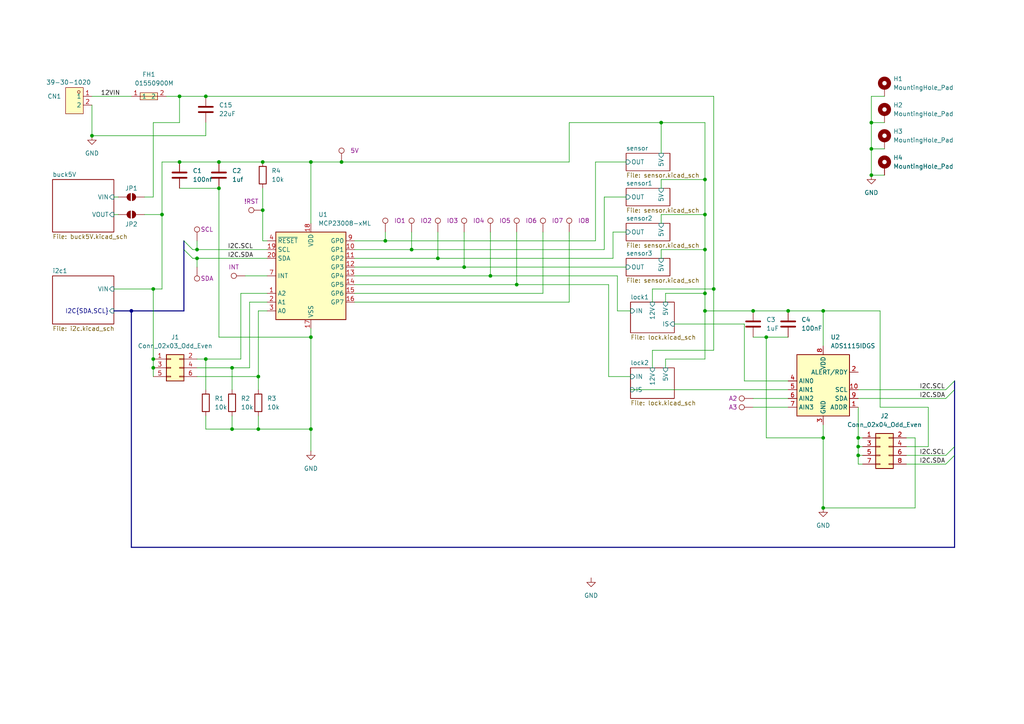
<source format=kicad_sch>
(kicad_sch (version 20250114) (generator "eeschema") (generator_version "9.0")
  (paper "A4")
  (lib_symbols
    (symbol "Analog_ADC:ADS1115IDGS"
      (property "Reference" "U" (at 2.54 13.97 0))
      (property "Value" "ADS1115IDGS" (at 7.62 11.43 0))
      (symbol "ADS1115IDGS_0_1"
        (rectangle (start -7.62 10.16) (end 7.62 -7.62) (stroke (width 0.254)) (fill (type background)))
      )
      (symbol "ADS1115IDGS_1_1"
        (pin input line (at -10.16 2.54 0) (length 2.54) (name "AIN0") (number "4"))
        (pin input line (at -10.16 0 0) (length 2.54) (name "AIN1") (number "5"))
        (pin input line (at -10.16 -2.54 0) (length 2.54) (name "AIN2") (number "6"))
        (pin input line (at -10.16 -5.08 0) (length 2.54) (name "AIN3") (number "7"))
        (pin power_in line (at 0 12.7 270) (length 2.54) (name "VDD") (number "8"))
        (pin power_in line (at 0 -10.16 90) (length 2.54) (name "GND") (number "3"))
        (pin output line (at 10.16 5.08 180) (length 2.54) (name "ALERT/RDY") (number "2"))
        (pin input line (at 10.16 0 180) (length 2.54) (name "SCL") (number "10"))
        (pin bidirectional line (at 10.16 -2.54 180) (length 2.54) (name "SDA") (number "9"))
        (pin input line (at 10.16 -5.08 180) (length 2.54) (name "ADDR") (number "1"))
      )
    )
    (symbol "Connector_Generic:Conn_02x03_Odd_Even" (pin_names (offset 1.016) (hide yes))
      (property "Reference" "J" (at 1.27 5.08 0))
      (property "Value" "Conn_02x03_Odd_Even" (at 1.27 -5.08 0))
      (symbol "Conn_02x03_Odd_Even_1_1"
        (rectangle (start -1.27 3.81) (end 3.81 -3.81) (stroke (width 0.254)) (fill (type background)))
        (rectangle (start -1.27 2.667) (end 0 2.413) (stroke (width 0.1524)))
        (rectangle (start -1.27 0.127) (end 0 -0.127) (stroke (width 0.1524)))
        (rectangle (start -1.27 -2.413) (end 0 -2.667) (stroke (width 0.1524)))
        (rectangle (start 3.81 2.667) (end 2.54 2.413) (stroke (width 0.1524)))
        (rectangle (start 3.81 0.127) (end 2.54 -0.127) (stroke (width 0.1524)))
        (rectangle (start 3.81 -2.413) (end 2.54 -2.667) (stroke (width 0.1524)))
        (pin passive line (at -5.08 2.54 0) (length 3.81) (name "Pin_1") (number "1"))
        (pin passive line (at -5.08 0 0) (length 3.81) (name "Pin_3") (number "3"))
        (pin passive line (at -5.08 -2.54 0) (length 3.81) (name "Pin_5") (number "5"))
        (pin passive line (at 7.62 2.54 180) (length 3.81) (name "Pin_2") (number "2"))
        (pin passive line (at 7.62 0 180) (length 3.81) (name "Pin_4") (number "4"))
        (pin passive line (at 7.62 -2.54 180) (length 3.81) (name "Pin_6") (number "6"))
      )
    )
    (symbol "Connector_Generic:Conn_02x04_Odd_Even" (pin_names (offset 1.016) (hide yes))
      (property "Reference" "J" (at 1.27 5.08 0))
      (property "Value" "Conn_02x04_Odd_Even" (at 1.27 -7.62 0))
      (symbol "Conn_02x04_Odd_Even_1_1"
        (rectangle (start -1.27 3.81) (end 3.81 -6.35) (stroke (width 0.254)) (fill (type background)))
        (rectangle (start -1.27 2.667) (end 0 2.413) (stroke (width 0.1524)))
        (rectangle (start -1.27 0.127) (end 0 -0.127) (stroke (width 0.1524)))
        (rectangle (start -1.27 -2.413) (end 0 -2.667) (stroke (width 0.1524)))
        (rectangle (start -1.27 -4.953) (end 0 -5.207) (stroke (width 0.1524)))
        (rectangle (start 3.81 2.667) (end 2.54 2.413) (stroke (width 0.1524)))
        (rectangle (start 3.81 0.127) (end 2.54 -0.127) (stroke (width 0.1524)))
        (rectangle (start 3.81 -2.413) (end 2.54 -2.667) (stroke (width 0.1524)))
        (rectangle (start 3.81 -4.953) (end 2.54 -5.207) (stroke (width 0.1524)))
        (pin passive line (at -5.08 2.54 0) (length 3.81) (name "Pin_1") (number "1"))
        (pin passive line (at -5.08 0 0) (length 3.81) (name "Pin_3") (number "3"))
        (pin passive line (at -5.08 -2.54 0) (length 3.81) (name "Pin_5") (number "5"))
        (pin passive line (at -5.08 -5.08 0) (length 3.81) (name "Pin_7") (number "7"))
        (pin passive line (at 7.62 2.54 180) (length 3.81) (name "Pin_2") (number "2"))
        (pin passive line (at 7.62 0 180) (length 3.81) (name "Pin_4") (number "4"))
        (pin passive line (at 7.62 -2.54 180) (length 3.81) (name "Pin_6") (number "6"))
        (pin passive line (at 7.62 -5.08 180) (length 3.81) (name "Pin_8") (number "8"))
      )
    )
    (symbol "Device:C" (pin_numbers (hide yes)) (pin_names (offset 0.254))
      (property "Reference" "C" (at 0.635 2.54 0))
      (property "Value" "C" (at 0.635 -2.54 0))
      (symbol "C_0_1"
        (polyline (pts (xy -2.032 0.762) (xy 2.032 0.762)) (stroke (width 0.508)))
        (polyline (pts (xy -2.032 -0.762) (xy 2.032 -0.762)) (stroke (width 0.508)))
      )
      (symbol "C_1_1"
        (pin passive line (at 0 3.81 270) (length 2.794) (name "~") (number "1"))
        (pin passive line (at 0 -3.81 90) (length 2.794) (name "~") (number "2"))
      )
    )
    (symbol "Device:R" (pin_numbers (hide yes)) (pin_names (offset 0))
      (property "Reference" "R" (at 2.032 0 90))
      (property "Value" "R" (at 0 0 90))
      (symbol "R_0_1"
        (rectangle (start -1.016 -2.54) (end 1.016 2.54) (stroke (width 0.254)))
      )
      (symbol "R_1_1"
        (pin passive line (at 0 3.81 270) (length 1.27) (name "~") (number "1"))
        (pin passive line (at 0 -3.81 90) (length 1.27) (name "~") (number "2"))
      )
    )
    (symbol "Interface_Expansion:MCP23008-xML"
      (property "Reference" "U" (at -8.89 13.97 0))
      (property "Value" "MCP23008-xML" (at 8.89 13.97 0))
      (symbol "MCP23008-xML_0_1"
        (rectangle (start -10.16 12.7) (end 10.16 -12.7) (stroke (width 0.254)) (fill (type background)))
      )
      (symbol "MCP23008-xML_1_1"
        (pin input line (at -12.7 10.16 0) (length 2.54) (name "~{RESET}") (number "4"))
        (pin input line (at -12.7 7.62 0) (length 2.54) (name "SCL") (number "19"))
        (pin bidirectional line (at -12.7 5.08 0) (length 2.54) (name "SDA") (number "20"))
        (pin output line (at -12.7 0 0) (length 2.54) (name "INT") (number "7"))
        (pin input line (at -12.7 -5.08 0) (length 2.54) (name "A2") (number "1"))
        (pin input line (at -12.7 -7.62 0) (length 2.54) (name "A1") (number "2"))
        (pin input line (at -12.7 -10.16 0) (length 2.54) (name "A0") (number "3"))
        (pin no_connect line (at -10.16 2.54 0) (length 2.54) (hide yes) (name "NC") (number "5"))
        (pin no_connect line (at -10.16 -2.54 0) (length 2.54) (hide yes) (name "NC") (number "6"))
        (pin power_in line (at 0 15.24 270) (length 2.54) (name "VDD") (number "18"))
        (pin power_in line (at 0 -15.24 90) (length 2.54) (name "VSS") (number "17"))
        (pin no_connect line (at 10.16 -10.16 180) (length 2.54) (hide yes) (name "NC") (number "8"))
        (pin bidirectional line (at 12.7 10.16 180) (length 2.54) (name "GP0") (number "9"))
        (pin bidirectional line (at 12.7 7.62 180) (length 2.54) (name "GP1") (number "10"))
        (pin bidirectional line (at 12.7 5.08 180) (length 2.54) (name "GP2") (number "11"))
        (pin bidirectional line (at 12.7 2.54 180) (length 2.54) (name "GP3") (number "12"))
        (pin bidirectional line (at 12.7 0 180) (length 2.54) (name "GP4") (number "13"))
        (pin bidirectional line (at 12.7 -2.54 180) (length 2.54) (name "GP5") (number "14"))
        (pin bidirectional line (at 12.7 -5.08 180) (length 2.54) (name "GP6") (number "15"))
        (pin bidirectional line (at 12.7 -7.62 180) (length 2.54) (name "GP7") (number "16"))
      )
    )
    (symbol "Jumper:SolderJumper_2_Open" (pin_numbers (hide yes)) (pin_names (offset 0) (hide yes)) (in_bom no)
      (property "Reference" "JP" (at 0 2.032 0))
      (property "Value" "SolderJumper_2_Open" (at 0 -2.54 0))
      (symbol "SolderJumper_2_Open_0_1"
        (polyline (pts (xy -0.254 1.016) (xy -0.254 -1.016)))
        (arc (start -0.254 -1.016) (mid -1.2656 0) (end -0.254 1.016))
        (arc (start -0.254 -1.016) (mid -1.2656 0) (end -0.254 1.016) (fill (type outline)))
        (arc (start 0.254 1.016) (mid 1.2656 0) (end 0.254 -1.016))
        (arc (start 0.254 1.016) (mid 1.2656 0) (end 0.254 -1.016) (fill (type outline)))
        (polyline (pts (xy 0.254 1.016) (xy 0.254 -1.016)))
      )
      (symbol "SolderJumper_2_Open_1_1"
        (pin passive line (at -3.81 0 0) (length 2.54) (name "A") (number "1"))
        (pin passive line (at 3.81 0 180) (length 2.54) (name "B") (number "2"))
      )
    )
    (symbol "Mechanical:MountingHole_Pad" (pin_numbers (hide yes)) (pin_names (offset 1.016) (hide yes)) (exclude_from_sim yes) (in_bom no)
      (property "Reference" "H" (at 0 6.35 0))
      (property "Value" "MountingHole_Pad" (at 0 4.445 0))
      (symbol "MountingHole_Pad_0_1"
        (circle (center 0 1.27) (radius 1.27) (stroke (width 1.27)))
      )
      (symbol "MountingHole_Pad_1_1"
        (pin input line (at 0 -2.54 90) (length 2.54) (name "1") (number "1"))
      )
    )
    (symbol "easyeda2kicad:01550900M"
      (property "Reference" "FH" (at 0 5.08 0))
      (property "Value" "01550900M" (at 0 -5.08 0))
      (symbol "01550900M_0_1"
        (rectangle (start -2.54 1.02) (end 2.54 -1.02) (fill (type background)))
        (polyline (pts (xy -2.54 0) (xy 2.54 0)))
        (pin unspecified line (at -5.08 0 0) (length 2.54) (name "1") (number "1"))
        (pin unspecified line (at 5.08 0 180) (length 2.54) (name "2") (number "2"))
      )
    )
    (symbol "easyeda2kicad:39-30-1020"
      (property "Reference" "CN" (at 0 6.35 0))
      (property "Value" "39-30-1020" (at 0 -6.35 0))
      (symbol "39-30-1020_0_1"
        (rectangle (start -3.81 3.81) (end 1.27 -3.81) (fill (type background)))
        (circle (center 0 -2.54) (radius 0.38))
        (pin unspecified line (at 3.81 1.27 180) (length 2.54) (name "2") (number "2"))
        (pin unspecified line (at 3.81 -1.27 180) (length 2.54) (name "1") (number "1"))
      )
    )
    (symbol "easyeda2kicad:LabeledTestPoint" (pin_numbers (hide yes)) (pin_names (offset 0.762) (hide yes)) (in_bom no)
      (property "Label" "label" (at 0 5.08 0))
      (symbol "LabeledTestPoint_0_1"
        (circle (center 0 3.302) (radius 0.762))
      )
      (symbol "LabeledTestPoint_1_1"
        (pin passive line (at 0 0 90) (length 2.54) (name "1") (number "1"))
      )
    )
    (symbol "power:GND" (power) (pin_numbers (hide yes)) (pin_names (offset 0) (hide yes))
      (property "Value" "GND" (at 0 -3.81 0))
      (symbol "GND_0_1"
        (polyline (pts (xy 0 0) (xy 0 -1.27) (xy 1.27 -1.27) (xy 0 -2.54) (xy -1.27 -1.27) (xy 0 -1.27)))
      )
      (symbol "GND_1_1"
        (pin power_in line (at 0 0 270) (length 0) (name "~") (number "1"))
      )
    )
  )
  (junction (at 204.47 52.07))
  (junction (at 204.47 72.39))
  (junction (at 44.45 104.14))
  (junction (at 149.86 82.55))
  (junction (at 26.67 39.37))
  (junction (at 46.99 62.23))
  (junction (at 76.2 60.96))
  (junction (at 142.24 80.01))
  (junction (at 248.92 129.54))
  (junction (at 90.17 124.46))
  (junction (at 99.06 46.99))
  (junction (at 238.76 147.32))
  (junction (at 44.45 106.68))
  (junction (at 76.2 46.99))
  (junction (at 238.76 127))
  (junction (at 74.93 124.46))
  (junction (at 252.73 35.56))
  (junction (at 90.17 46.99))
  (junction (at 248.92 127))
  (junction (at 67.31 106.68))
  (junction (at 252.73 50.8))
  (junction (at 38.1 90.17))
  (junction (at 111.76 69.85))
  (junction (at 248.92 132.08))
  (junction (at 204.47 85.09))
  (junction (at 63.5 54.61))
  (junction (at 59.69 27.94))
  (junction (at 218.44 90.17))
  (junction (at 252.73 43.18))
  (junction (at 63.5 46.99))
  (junction (at 238.76 90.17))
  (junction (at 67.31 124.46))
  (junction (at 52.07 27.94))
  (junction (at 59.69 104.14))
  (junction (at 204.47 90.17))
  (junction (at 44.45 83.82))
  (junction (at 228.6 90.17))
  (junction (at 204.47 62.23))
  (junction (at 57.15 72.39))
  (junction (at 134.62 77.47))
  (junction (at 119.38 72.39))
  (junction (at 74.93 109.22))
  (junction (at 90.17 97.79))
  (junction (at 222.25 97.79))
  (junction (at 191.77 35.56))
  (junction (at 127 74.93))
  (junction (at 52.07 46.99))
  (junction (at 207.01 83.82))
  (junction (at 57.15 74.93))
  (bus_entry (at 53.34 69.85) (size 2.54 2.54))
  (bus_entry (at 276.86 113.03) (size -2.54 2.54))
  (bus_entry (at 276.86 110.49) (size -2.54 2.54))
  (bus_entry (at 276.86 129.54) (size -2.54 2.54))
  (bus_entry (at 276.86 132.08) (size -2.54 2.54))
  (bus_entry (at 53.34 72.39) (size 2.54 2.54))
  (wire (pts (xy 222.25 97.79) (xy 228.6 97.79)))
  (wire (pts (xy 33.02 62.23) (xy 34.29 62.23)))
  (wire (pts (xy 248.92 134.62) (xy 250.19 134.62)))
  (bus (pts (xy 38.1 158.75) (xy 276.86 158.75)))
  (wire (pts (xy 102.87 80.01) (xy 142.24 80.01)))
  (wire (pts (xy 204.47 90.17) (xy 204.47 104.14)))
  (wire (pts (xy 262.89 129.54) (xy 269.24 129.54)))
  (wire (pts (xy 256.54 35.56) (xy 252.73 35.56)))
  (wire (pts (xy 57.15 74.93) (xy 77.47 74.93)))
  (wire (pts (xy 248.92 127) (xy 248.92 129.54)))
  (bus (pts (xy 276.86 110.49) (xy 276.86 113.03)))
  (bus (pts (xy 53.34 69.85) (xy 53.34 72.39)))
  (wire (pts (xy 204.47 85.09) (xy 204.47 90.17)))
  (wire (pts (xy 252.73 27.94) (xy 252.73 35.56)))
  (wire (pts (xy 222.25 127) (xy 238.76 127)))
  (wire (pts (xy 102.87 69.85) (xy 111.76 69.85)))
  (wire (pts (xy 238.76 100.33) (xy 238.76 90.17)))
  (wire (pts (xy 191.77 52.07) (xy 191.77 54.61)))
  (wire (pts (xy 69.85 104.14) (xy 69.85 85.09)))
  (wire (pts (xy 111.76 67.31) (xy 111.76 69.85)))
  (wire (pts (xy 44.45 104.14) (xy 44.45 106.68)))
  (wire (pts (xy 90.17 46.99) (xy 99.06 46.99)))
  (wire (pts (xy 57.15 74.93) (xy 57.15 77.47)))
  (wire (pts (xy 26.67 27.94) (xy 38.1 27.94)))
  (wire (pts (xy 165.1 35.56) (xy 191.77 35.56)))
  (wire (pts (xy 63.5 46.99) (xy 76.2 46.99)))
  (wire (pts (xy 26.67 39.37) (xy 59.69 39.37)))
  (wire (pts (xy 175.26 57.15) (xy 181.61 57.15)))
  (wire (pts (xy 102.87 74.93) (xy 127 74.93)))
  (wire (pts (xy 218.44 118.11) (xy 228.6 118.11)))
  (wire (pts (xy 33.02 83.82) (xy 44.45 83.82)))
  (wire (pts (xy 215.9 110.49) (xy 228.6 110.49)))
  (wire (pts (xy 134.62 67.31) (xy 134.62 77.47)))
  (wire (pts (xy 204.47 72.39) (xy 191.77 72.39)))
  (wire (pts (xy 165.1 46.99) (xy 165.1 35.56)))
  (wire (pts (xy 57.15 109.22) (xy 74.93 109.22)))
  (wire (pts (xy 193.04 106.68) (xy 193.04 104.14)))
  (wire (pts (xy 59.69 124.46) (xy 67.31 124.46)))
  (wire (pts (xy 218.44 90.17) (xy 204.47 90.17)))
  (wire (pts (xy 119.38 72.39) (xy 175.26 72.39)))
  (wire (pts (xy 177.8 74.93) (xy 177.8 67.31)))
  (bus (pts (xy 38.1 90.17) (xy 33.02 90.17)))
  (wire (pts (xy 207.01 83.82) (xy 207.01 101.6)))
  (wire (pts (xy 248.92 127) (xy 250.19 127)))
  (wire (pts (xy 90.17 124.46) (xy 90.17 130.81)))
  (wire (pts (xy 74.93 124.46) (xy 90.17 124.46)))
  (wire (pts (xy 175.26 72.39) (xy 175.26 57.15)))
  (wire (pts (xy 134.62 77.47) (xy 181.61 77.47)))
  (wire (pts (xy 172.72 46.99) (xy 181.61 46.99)))
  (wire (pts (xy 222.25 97.79) (xy 222.25 127)))
  (wire (pts (xy 77.47 69.85) (xy 76.2 69.85)))
  (wire (pts (xy 69.85 85.09) (xy 77.47 85.09)))
  (wire (pts (xy 149.86 67.31) (xy 149.86 82.55)))
  (wire (pts (xy 44.45 35.56) (xy 52.07 35.56)))
  (wire (pts (xy 238.76 123.19) (xy 238.76 127)))
  (wire (pts (xy 74.93 109.22) (xy 74.93 90.17)))
  (wire (pts (xy 262.89 132.08) (xy 274.32 132.08)))
  (wire (pts (xy 63.5 97.79) (xy 90.17 97.79)))
  (wire (pts (xy 33.02 57.15) (xy 34.29 57.15)))
  (wire (pts (xy 218.44 115.57) (xy 228.6 115.57)))
  (wire (pts (xy 142.24 80.01) (xy 179.07 80.01)))
  (wire (pts (xy 269.24 118.11) (xy 255.27 118.11)))
  (wire (pts (xy 127 74.93) (xy 177.8 74.93)))
  (wire (pts (xy 59.69 104.14) (xy 69.85 104.14)))
  (wire (pts (xy 26.67 30.48) (xy 26.67 39.37)))
  (wire (pts (xy 67.31 124.46) (xy 74.93 124.46)))
  (wire (pts (xy 255.27 118.11) (xy 255.27 90.17)))
  (wire (pts (xy 76.2 60.96) (xy 76.2 54.61)))
  (wire (pts (xy 191.77 35.56) (xy 191.77 44.45)))
  (wire (pts (xy 193.04 85.09) (xy 204.47 85.09)))
  (wire (pts (xy 182.88 113.03) (xy 228.6 113.03)))
  (wire (pts (xy 67.31 120.65) (xy 67.31 124.46)))
  (wire (pts (xy 102.87 87.63) (xy 165.1 87.63)))
  (wire (pts (xy 265.43 147.32) (xy 238.76 147.32)))
  (wire (pts (xy 207.01 27.94) (xy 207.01 83.82)))
  (wire (pts (xy 204.47 52.07) (xy 191.77 52.07)))
  (wire (pts (xy 252.73 50.8) (xy 252.73 43.18)))
  (wire (pts (xy 191.77 72.39) (xy 191.77 74.93)))
  (wire (pts (xy 193.04 104.14) (xy 204.47 104.14)))
  (wire (pts (xy 74.93 90.17) (xy 77.47 90.17)))
  (wire (pts (xy 179.07 90.17) (xy 182.88 90.17)))
  (wire (pts (xy 189.23 101.6) (xy 207.01 101.6)))
  (wire (pts (xy 165.1 67.31) (xy 165.1 87.63)))
  (wire (pts (xy 44.45 83.82) (xy 44.45 104.14)))
  (wire (pts (xy 55.88 74.93) (xy 57.15 74.93)))
  (wire (pts (xy 157.48 67.31) (xy 157.48 85.09)))
  (wire (pts (xy 102.87 77.47) (xy 134.62 77.47)))
  (wire (pts (xy 252.73 35.56) (xy 252.73 43.18)))
  (wire (pts (xy 127 67.31) (xy 127 74.93)))
  (wire (pts (xy 57.15 106.68) (xy 67.31 106.68)))
  (wire (pts (xy 255.27 90.17) (xy 238.76 90.17)))
  (wire (pts (xy 67.31 106.68) (xy 67.31 113.03)))
  (wire (pts (xy 44.45 83.82) (xy 46.99 83.82)))
  (wire (pts (xy 204.47 62.23) (xy 191.77 62.23)))
  (bus (pts (xy 276.86 113.03) (xy 276.86 129.54)))
  (wire (pts (xy 248.92 129.54) (xy 250.19 129.54)))
  (wire (pts (xy 195.58 93.98) (xy 215.9 93.98)))
  (wire (pts (xy 269.24 129.54) (xy 269.24 118.11)))
  (wire (pts (xy 52.07 27.94) (xy 59.69 27.94)))
  (wire (pts (xy 59.69 104.14) (xy 59.69 113.03)))
  (wire (pts (xy 59.69 35.56) (xy 59.69 39.37)))
  (wire (pts (xy 228.6 90.17) (xy 238.76 90.17)))
  (wire (pts (xy 57.15 104.14) (xy 59.69 104.14)))
  (wire (pts (xy 71.12 80.01) (xy 77.47 80.01)))
  (wire (pts (xy 207.01 83.82) (xy 189.23 83.82)))
  (wire (pts (xy 176.53 109.22) (xy 182.88 109.22)))
  (bus (pts (xy 53.34 72.39) (xy 53.34 90.17)))
  (wire (pts (xy 57.15 72.39) (xy 77.47 72.39)))
  (bus (pts (xy 53.34 90.17) (xy 38.1 90.17)))
  (wire (pts (xy 99.06 46.99) (xy 165.1 46.99)))
  (wire (pts (xy 102.87 85.09) (xy 157.48 85.09)))
  (wire (pts (xy 57.15 69.85) (xy 57.15 72.39)))
  (wire (pts (xy 44.45 106.68) (xy 44.45 109.22)))
  (wire (pts (xy 119.38 67.31) (xy 119.38 72.39)))
  (wire (pts (xy 265.43 127) (xy 265.43 147.32)))
  (wire (pts (xy 204.47 72.39) (xy 204.47 85.09)))
  (wire (pts (xy 55.88 72.39) (xy 57.15 72.39)))
  (wire (pts (xy 111.76 69.85) (xy 172.72 69.85)))
  (bus (pts (xy 276.86 132.08) (xy 276.86 158.75)))
  (wire (pts (xy 204.47 52.07) (xy 204.47 62.23)))
  (wire (pts (xy 189.23 83.82) (xy 189.23 87.63)))
  (wire (pts (xy 74.93 120.65) (xy 74.93 124.46)))
  (wire (pts (xy 172.72 69.85) (xy 172.72 46.99)))
  (wire (pts (xy 52.07 46.99) (xy 63.5 46.99)))
  (wire (pts (xy 41.91 57.15) (xy 44.45 57.15)))
  (wire (pts (xy 193.04 87.63) (xy 193.04 85.09)))
  (wire (pts (xy 90.17 46.99) (xy 90.17 64.77)))
  (wire (pts (xy 252.73 43.18) (xy 256.54 43.18)))
  (wire (pts (xy 41.91 62.23) (xy 46.99 62.23)))
  (wire (pts (xy 46.99 46.99) (xy 52.07 46.99)))
  (wire (pts (xy 177.8 67.31) (xy 181.61 67.31)))
  (wire (pts (xy 149.86 82.55) (xy 176.53 82.55)))
  (wire (pts (xy 102.87 72.39) (xy 119.38 72.39)))
  (wire (pts (xy 215.9 93.98) (xy 215.9 110.49)))
  (wire (pts (xy 142.24 67.31) (xy 142.24 80.01)))
  (wire (pts (xy 59.69 120.65) (xy 59.69 124.46)))
  (wire (pts (xy 176.53 82.55) (xy 176.53 109.22)))
  (wire (pts (xy 189.23 106.68) (xy 189.23 101.6)))
  (wire (pts (xy 46.99 62.23) (xy 46.99 83.82)))
  (wire (pts (xy 59.69 27.94) (xy 207.01 27.94)))
  (wire (pts (xy 63.5 54.61) (xy 63.5 97.79)))
  (wire (pts (xy 248.92 132.08) (xy 250.19 132.08)))
  (wire (pts (xy 72.39 87.63) (xy 77.47 87.63)))
  (wire (pts (xy 256.54 50.8) (xy 252.73 50.8)))
  (wire (pts (xy 90.17 95.25) (xy 90.17 97.79)))
  (wire (pts (xy 248.92 129.54) (xy 248.92 132.08)))
  (wire (pts (xy 52.07 54.61) (xy 63.5 54.61)))
  (wire (pts (xy 76.2 46.99) (xy 90.17 46.99)))
  (wire (pts (xy 44.45 57.15) (xy 44.45 35.56)))
  (wire (pts (xy 72.39 106.68) (xy 72.39 87.63)))
  (wire (pts (xy 48.26 27.94) (xy 52.07 27.94)))
  (wire (pts (xy 191.77 35.56) (xy 204.47 35.56)))
  (wire (pts (xy 218.44 90.17) (xy 228.6 90.17)))
  (wire (pts (xy 248.92 118.11) (xy 248.92 127)))
  (wire (pts (xy 204.47 35.56) (xy 204.47 52.07)))
  (wire (pts (xy 102.87 82.55) (xy 149.86 82.55)))
  (bus (pts (xy 38.1 90.17) (xy 38.1 158.75)))
  (wire (pts (xy 238.76 127) (xy 238.76 147.32)))
  (wire (pts (xy 262.89 134.62) (xy 274.32 134.62)))
  (wire (pts (xy 46.99 46.99) (xy 46.99 62.23)))
  (wire (pts (xy 248.92 113.03) (xy 274.32 113.03)))
  (wire (pts (xy 248.92 132.08) (xy 248.92 134.62)))
  (bus (pts (xy 276.86 129.54) (xy 276.86 132.08)))
  (wire (pts (xy 218.44 97.79) (xy 222.25 97.79)))
  (wire (pts (xy 67.31 106.68) (xy 72.39 106.68)))
  (wire (pts (xy 74.93 109.22) (xy 74.93 113.03)))
  (wire (pts (xy 204.47 62.23) (xy 204.47 72.39)))
  (wire (pts (xy 90.17 97.79) (xy 90.17 124.46)))
  (wire (pts (xy 191.77 62.23) (xy 191.77 64.77)))
  (wire (pts (xy 52.07 35.56) (xy 52.07 27.94)))
  (wire (pts (xy 256.54 27.94) (xy 252.73 27.94)))
  (wire (pts (xy 248.92 115.57) (xy 274.32 115.57)))
  (wire (pts (xy 179.07 80.01) (xy 179.07 90.17)))
  (wire (pts (xy 265.43 127) (xy 262.89 127)))
  (wire (pts (xy 76.2 69.85) (xy 76.2 60.96)))
  (label "I2C.SCL" (at 66.04 72.39 0))
  (label "I2C.SCL" (at 266.7 132.08 0))
  (label "I2C.SDA" (at 66.04 74.93 0))
  (label "I2C.SDA" (at 266.7 115.57 0))
  (label "12VIN" (at 29.21 27.94 0))
  (label "I2C.SCL" (at 266.7 113.03 0))
  (label "I2C.SDA" (at 266.7 134.62 0))
  (symbol (lib_id "easyeda2kicad:LabeledTestPoint") (at 142.24 67.31 0) (unit 1) (in_bom no)
    (property "Reference" "TP9" (effects (hide yes)))
    (property "Value" "LabeledTestPoint" (effects (hide yes)))
    (property "Footprint" "easyeda2kicad:LabeledTestPoint" (effects (hide yes)))
    (property "Description" "test point" (effects (hide yes)))
    (property "Label" "IO5" (at 144.78 64.0079 0) (effects (justify left)))
  )
  (symbol (lib_id "easyeda2kicad:LabeledTestPoint") (at 127 67.31 0) (unit 1) (in_bom no)
    (property "Reference" "TP7" (effects (hide yes)))
    (property "Value" "LabeledTestPoint" (effects (hide yes)))
    (property "Footprint" "easyeda2kicad:LabeledTestPoint" (effects (hide yes)))
    (property "Description" "test point" (effects (hide yes)))
    (property "Label" "IO3" (at 129.54 64.0079 0) (effects (justify left)))
  )
  (symbol (lib_id "power:GND") (at 238.76 147.32 0) (unit 1)
    (property "Reference" "#PWR04" (effects (hide yes)))
    (property "Value" "GND" (at 238.76 152.4 0))
    (property "Description" "Power symbol creates a global label with name \"GND\" , ground" (effects (hide yes)))
  )
  (symbol (lib_id "Jumper:SolderJumper_2_Open") (at 38.1 57.15 0) (unit 1) (in_bom no)
    (property "Reference" "JP1" (at 38.1 54.61 0))
    (property "Value" "SolderJumper_2_Open" (effects (hide yes)))
    (property "Footprint" "Jumper:SolderJumper-2_P1.3mm_Open_Pad1.0x1.5mm" (effects (hide yes)))
    (property "Description" "Solder Jumper, 2-pole, open" (effects (hide yes)))
  )
  (symbol (lib_id "Device:R") (at 76.2 50.8 0) (unit 1)
    (property "Reference" "R4" (at 78.74 49.5299 0) (effects (justify left)))
    (property "Value" "10k" (at 78.74 52.0699 0) (effects (justify left)))
    (property "Footprint" "Resistor_SMD:R_0603_1608Metric" (effects (hide yes)))
    (property "Description" "Resistor" (effects (hide yes)))
  )
  (symbol (lib_id "power:GND") (at 90.17 130.81 0) (unit 1)
    (property "Reference" "#PWR02" (effects (hide yes)))
    (property "Value" "GND" (at 90.17 135.89 0))
    (property "Description" "Power symbol creates a global label with name \"GND\" , ground" (effects (hide yes)))
  )
  (symbol (lib_id "Device:R") (at 67.31 116.84 0) (unit 1)
    (property "Reference" "R2" (at 69.85 115.5699 0) (effects (justify left)))
    (property "Value" "10k" (at 69.85 118.1099 0) (effects (justify left)))
    (property "Footprint" "Resistor_SMD:R_0603_1608Metric" (effects (hide yes)))
    (property "Description" "Resistor" (effects (hide yes)))
  )
  (symbol (lib_id "easyeda2kicad:LabeledTestPoint") (at 165.1 67.31 0) (unit 1) (in_bom no)
    (property "Reference" "TP12" (effects (hide yes)))
    (property "Value" "LabeledTestPoint" (effects (hide yes)))
    (property "Footprint" "easyeda2kicad:LabeledTestPoint" (effects (hide yes)))
    (property "Description" "test point" (effects (hide yes)))
    (property "Label" "IO8" (at 167.64 64.0079 0) (effects (justify left)))
  )
  (symbol (lib_id "Device:C") (at 52.07 50.8 0) (unit 1)
    (property "Reference" "C1" (at 55.88 49.5299 0) (effects (justify left)))
    (property "Value" "100nf" (at 55.88 52.0699 0) (effects (justify left)))
    (property "Footprint" "Capacitor_SMD:C_0603_1608Metric" (effects (hide yes)))
    (property "Description" "Unpolarized capacitor" (effects (hide yes)))
  )
  (symbol (lib_id "easyeda2kicad:LabeledTestPoint") (at 218.44 118.11 90) (unit 1) (in_bom no)
    (property "Reference" "TP14" (effects (hide yes)))
    (property "Value" "LabeledTestPoint" (effects (hide yes)))
    (property "Footprint" "easyeda2kicad:LabeledTestPoint" (effects (hide yes)))
    (property "Description" "test point" (effects (hide yes)))
    (property "Label" "A3" (at 212.598 118.11 90))
  )
  (symbol (lib_id "easyeda2kicad:LabeledTestPoint") (at 99.06 46.99 0) (unit 1) (in_bom no)
    (property "Reference" "TP16" (effects (hide yes)))
    (property "Value" "LabeledTestPoint" (effects (hide yes)))
    (property "Footprint" "easyeda2kicad:LabeledTestPoint" (effects (hide yes)))
    (property "Description" "test point" (effects (hide yes)))
    (property "Label" "5V" (at 101.6 43.6879 0) (effects (justify left)))
  )
  (symbol (lib_id "easyeda2kicad:01550900M") (at 43.18 27.94 0) (unit 1)
    (property "Reference" "FH1" (at 43.18 21.59 0))
    (property "Value" "01550900M" (at 44.704 24.13 0))
    (property "Footprint" "easyeda2kicad:FUSE-SMD_L9.8-W5.0_01550900M" (effects (hide yes)))
    (property "Datasheet" "https://lcsc.com/product-detail/Others_Littelfuse_01550900M_Littelfuse-01550900M_C108518.html" (effects (hide yes)))
    (property "LCSC Part" "C108518" (effects (hide yes)))
  )
  (symbol (lib_id "Connector_Generic:Conn_02x04_Odd_Even") (at 255.27 129.54 0) (unit 1)
    (property "Reference" "J2" (at 256.54 120.65 0))
    (property "Value" "Conn_02x04_Odd_Even" (at 256.54 123.19 0))
    (property "Footprint" "Connector_PinHeader_2.54mm:PinHeader_2x04_P2.54mm_Vertical" (effects (hide yes)))
    (property "Description" "Generic connector, double row, 02x04, odd/even pin numbering scheme (row 1 odd numbers, row 2 even numbers), script generated (kicad-library-utils/schlib/autogen/connector/)" (effects (hide yes)))
    (property "LCSC Part" "C5383105" (effects (hide yes)))
  )
  (symbol (lib_id "Mechanical:MountingHole_Pad") (at 256.54 25.4 0) (unit 1) (exclude_from_sim yes) (in_bom no)
    (property "Reference" "H1" (at 259.08 22.8599 0) (effects (justify left)))
    (property "Value" "MountingHole_Pad" (at 259.08 25.3999 0) (effects (justify left)))
    (property "Footprint" "MountingHole:MountingHole_4.3mm_M4_ISO7380_Pad" (effects (hide yes)))
    (property "Description" "Mounting Hole with connection" (effects (hide yes)))
  )
  (symbol (lib_id "easyeda2kicad:LabeledTestPoint") (at 157.48 67.31 0) (unit 1) (in_bom no)
    (property "Reference" "TP11" (effects (hide yes)))
    (property "Value" "LabeledTestPoint" (effects (hide yes)))
    (property "Footprint" "easyeda2kicad:LabeledTestPoint" (effects (hide yes)))
    (property "Description" "test point" (effects (hide yes)))
    (property "Label" "IO7" (at 160.02 64.0079 0) (effects (justify left)))
  )
  (symbol (lib_id "Mechanical:MountingHole_Pad") (at 256.54 48.26 0) (unit 1) (exclude_from_sim yes) (in_bom no)
    (property "Reference" "H4" (at 259.08 45.7199 0) (effects (justify left)))
    (property "Value" "MountingHole_Pad" (at 259.08 48.2599 0) (effects (justify left)))
    (property "Footprint" "MountingHole:MountingHole_4.3mm_M4_ISO7380_Pad" (effects (hide yes)))
    (property "Description" "Mounting Hole with connection" (effects (hide yes)))
  )
  (symbol (lib_id "Interface_Expansion:MCP23008-xML") (at 90.17 80.01 0) (unit 1)
    (property "Reference" "U1" (at 92.3133 62.23 0) (effects (justify left)))
    (property "Value" "MCP23008-xML" (at 92.3133 64.77 0) (effects (justify left)))
    (property "Footprint" "Package_DFN_QFN:QFN-20-1EP_4x4mm_P0.5mm_EP2.7x2.7mm" (effects (hide yes)))
    (property "Datasheet" "http://ww1.microchip.com/downloads/en/DeviceDoc/MCP23008-MCP23S08-Data-Sheet-20001919F.pdf" (effects (hide yes)))
    (property "Description" "8-bit I/O expander, I2C, interrupts, QFN-20" (effects (hide yes)))
    (property "LCSC Part" "C144211" (effects (hide yes)))
  )
  (symbol (lib_id "Connector_Generic:Conn_02x03_Odd_Even") (at 49.53 106.68 0) (unit 1)
    (property "Reference" "J1" (at 50.8 97.79 0))
    (property "Value" "Conn_02x03_Odd_Even" (at 50.8 100.33 0))
    (property "Footprint" "Connector_PinHeader_2.54mm:PinHeader_2x03_P2.54mm_Vertical" (effects (hide yes)))
    (property "Description" "Generic connector, double row, 02x03, odd/even pin numbering scheme (row 1 odd numbers, row 2 even numbers), script generated (kicad-library-utils/schlib/autogen/connector/)" (effects (hide yes)))
    (property "LCSC Part" "C7501274" (effects (hide yes)))
  )
  (symbol (lib_id "easyeda2kicad:LabeledTestPoint") (at 111.76 67.31 0) (unit 1) (in_bom no)
    (property "Reference" "TP5" (effects (hide yes)))
    (property "Value" "LabeledTestPoint" (effects (hide yes)))
    (property "Footprint" "easyeda2kicad:LabeledTestPoint" (effects (hide yes)))
    (property "Description" "test point" (effects (hide yes)))
    (property "Label" "IO1" (at 114.3 64.0079 0) (effects (justify left)))
  )
  (symbol (lib_id "easyeda2kicad:LabeledTestPoint") (at 119.38 67.31 0) (unit 1) (in_bom no)
    (property "Reference" "TP6" (effects (hide yes)))
    (property "Value" "LabeledTestPoint" (effects (hide yes)))
    (property "Footprint" "easyeda2kicad:LabeledTestPoint" (effects (hide yes)))
    (property "Description" "test point" (effects (hide yes)))
    (property "Label" "IO2" (at 121.92 64.0079 0) (effects (justify left)))
  )
  (symbol (lib_id "Device:R") (at 74.93 116.84 0) (unit 1)
    (property "Reference" "R3" (at 77.47 115.5699 0) (effects (justify left)))
    (property "Value" "10k" (at 77.47 118.1099 0) (effects (justify left)))
    (property "Footprint" "Resistor_SMD:R_0603_1608Metric" (effects (hide yes)))
    (property "Description" "Resistor" (effects (hide yes)))
  )
  (symbol (lib_id "easyeda2kicad:LabeledTestPoint") (at 149.86 67.31 0) (unit 1) (in_bom no)
    (property "Reference" "TP10" (effects (hide yes)))
    (property "Value" "LabeledTestPoint" (effects (hide yes)))
    (property "Footprint" "easyeda2kicad:LabeledTestPoint" (effects (hide yes)))
    (property "Description" "test point" (effects (hide yes)))
    (property "Label" "IO6" (at 152.4 64.0079 0) (effects (justify left)))
  )
  (symbol (lib_id "Device:R") (at 59.69 116.84 0) (unit 1)
    (property "Reference" "R1" (at 62.23 115.5699 0) (effects (justify left)))
    (property "Value" "10k" (at 62.23 118.1099 0) (effects (justify left)))
    (property "Footprint" "Resistor_SMD:R_0603_1608Metric" (effects (hide yes)))
    (property "Description" "Resistor" (effects (hide yes)))
  )
  (symbol (lib_id "easyeda2kicad:LabeledTestPoint") (at 57.15 77.47 180) (unit 1) (in_bom no)
    (property "Reference" "TP2" (effects (hide yes)))
    (property "Value" "LabeledTestPoint" (effects (hide yes)))
    (property "Footprint" "easyeda2kicad:LabeledTestPoint" (effects (hide yes)))
    (property "Description" "test point" (effects (hide yes)))
    (property "Label" "SDA" (at 58.166 80.772 0) (effects (justify right)))
  )
  (symbol (lib_id "Device:C") (at 218.44 93.98 0) (unit 1)
    (property "Reference" "C3" (at 222.25 92.7099 0) (effects (justify left)))
    (property "Value" "1uF" (at 222.25 95.2499 0) (effects (justify left)))
    (property "Footprint" "Capacitor_SMD:C_0603_1608Metric" (effects (hide yes)))
    (property "Description" "Unpolarized capacitor" (effects (hide yes)))
  )
  (symbol (lib_id "Jumper:SolderJumper_2_Open") (at 38.1 62.23 0) (unit 1) (in_bom no)
    (property "Reference" "JP2" (at 38.1 65.024 0))
    (property "Value" "SolderJumper_2_Open" (effects (hide yes)))
    (property "Footprint" "Jumper:SolderJumper-2_P1.3mm_Open_Pad1.0x1.5mm" (effects (hide yes)))
    (property "Description" "Solder Jumper, 2-pole, open" (effects (hide yes)))
  )
  (symbol (lib_id "power:GND") (at 252.73 50.8 0) (unit 1)
    (property "Reference" "#PWR05" (effects (hide yes)))
    (property "Value" "GND" (at 252.73 55.88 0))
    (property "Description" "Power symbol creates a global label with name \"GND\" , ground" (effects (hide yes)))
  )
  (symbol (lib_id "power:GND") (at 26.67 39.37 0) (unit 1)
    (property "Reference" "#PWR01" (effects (hide yes)))
    (property "Value" "GND" (at 26.67 44.45 0))
    (property "Description" "Power symbol creates a global label with name \"GND\" , ground" (effects (hide yes)))
  )
  (symbol (lib_id "Device:C") (at 59.69 31.75 0) (unit 1)
    (property "Reference" "C15" (at 63.5 30.4799 0) (effects (justify left)))
    (property "Value" "22uF" (at 63.5 33.0199 0) (effects (justify left)))
    (property "Footprint" "Capacitor_SMD:C_1206_3216Metric" (effects (hide yes)))
    (property "Description" "Unpolarized capacitor" (effects (hide yes)))
  )
  (symbol (lib_id "easyeda2kicad:LabeledTestPoint") (at 57.15 69.85 0) (unit 1) (in_bom no)
    (property "Reference" "TP1" (effects (hide yes)))
    (property "Value" "LabeledTestPoint" (effects (hide yes)))
    (property "Footprint" "easyeda2kicad:LabeledTestPoint" (effects (hide yes)))
    (property "Description" "test point" (effects (hide yes)))
    (property "Label" "SCL" (at 58.166 66.548 0) (effects (justify left)))
  )
  (symbol (lib_id "Device:C") (at 63.5 50.8 0) (unit 1)
    (property "Reference" "C2" (at 67.31 49.5299 0) (effects (justify left)))
    (property "Value" "1uf" (at 67.31 52.0699 0) (effects (justify left)))
    (property "Footprint" "Capacitor_SMD:C_0603_1608Metric" (effects (hide yes)))
    (property "Description" "Unpolarized capacitor" (effects (hide yes)))
  )
  (symbol (lib_id "easyeda2kicad:LabeledTestPoint") (at 218.44 115.57 90) (unit 1) (in_bom no)
    (property "Reference" "TP13" (effects (hide yes)))
    (property "Value" "LabeledTestPoint" (effects (hide yes)))
    (property "Footprint" "easyeda2kicad:LabeledTestPoint" (effects (hide yes)))
    (property "Description" "test point" (effects (hide yes)))
    (property "Label" "A2" (at 212.598 115.57 90))
  )
  (symbol (lib_id "Mechanical:MountingHole_Pad") (at 256.54 40.64 0) (unit 1) (exclude_from_sim yes) (in_bom no)
    (property "Reference" "H3" (at 259.08 38.0999 0) (effects (justify left)))
    (property "Value" "MountingHole_Pad" (at 259.08 40.6399 0) (effects (justify left)))
    (property "Footprint" "MountingHole:MountingHole_4.3mm_M4_ISO7380_Pad" (effects (hide yes)))
    (property "Description" "Mounting Hole with connection" (effects (hide yes)))
  )
  (symbol (lib_id "easyeda2kicad:LabeledTestPoint") (at 71.12 80.01 90) (unit 1) (in_bom no)
    (property "Reference" "TP3" (effects (hide yes)))
    (property "Value" "LabeledTestPoint" (effects (hide yes)))
    (property "Footprint" "easyeda2kicad:LabeledTestPoint" (effects (hide yes)))
    (property "Description" "test point" (effects (hide yes)))
    (property "Label" "INT" (at 67.818 77.47 90))
  )
  (symbol (lib_id "Mechanical:MountingHole_Pad") (at 256.54 33.02 0) (unit 1) (exclude_from_sim yes) (in_bom no)
    (property "Reference" "H2" (at 259.08 30.4799 0) (effects (justify left)))
    (property "Value" "MountingHole_Pad" (at 259.08 33.0199 0) (effects (justify left)))
    (property "Footprint" "MountingHole:MountingHole_4.3mm_M4_ISO7380_Pad" (effects (hide yes)))
    (property "Description" "Mounting Hole with connection" (effects (hide yes)))
  )
  (symbol (lib_id "Device:C") (at 228.6 93.98 0) (unit 1)
    (property "Reference" "C4" (at 232.41 92.7099 0) (effects (justify left)))
    (property "Value" "100nF" (at 232.41 95.2499 0) (effects (justify left)))
    (property "Footprint" "Capacitor_SMD:C_0603_1608Metric" (effects (hide yes)))
    (property "Description" "Unpolarized capacitor" (effects (hide yes)))
  )
  (symbol (lib_id "easyeda2kicad:LabeledTestPoint") (at 76.2 60.96 90) (unit 1) (in_bom no)
    (property "Reference" "TP4" (effects (hide yes)))
    (property "Value" "LabeledTestPoint" (effects (hide yes)))
    (property "Footprint" "easyeda2kicad:LabeledTestPoint" (effects (hide yes)))
    (property "Description" "test point" (effects (hide yes)))
    (property "Label" "!RST" (at 72.898 58.42 90))
  )
  (symbol (lib_id "power:GND") (at 171.45 167.64 0) (unit 1)
    (property "Reference" "#PWR03" (effects (hide yes)))
    (property "Value" "GND" (at 171.45 172.72 0))
    (property "Description" "Power symbol creates a global label with name \"GND\" , ground" (effects (hide yes)))
  )
  (symbol (lib_id "easyeda2kicad:LabeledTestPoint") (at 134.62 67.31 0) (unit 1) (in_bom no)
    (property "Reference" "TP8" (effects (hide yes)))
    (property "Value" "LabeledTestPoint" (effects (hide yes)))
    (property "Footprint" "easyeda2kicad:LabeledTestPoint" (effects (hide yes)))
    (property "Description" "test point" (effects (hide yes)))
    (property "Label" "IO4" (at 137.16 64.0079 0) (effects (justify left)))
  )
  (symbol (lib_id "easyeda2kicad:39-30-1020") (at 22.86 29.21 0) (mirror x) (unit 1)
    (property "Reference" "CN1" (at 17.78 27.9399 0) (effects (justify right)))
    (property "Value" "39-30-1020" (at 26.416 23.876 0) (effects (justify right)))
    (property "Footprint" "easyeda2kicad:CONN-TH_2P-P5.50_39-30-1020" (effects (hide yes)))
    (property "Datasheet" "https://lcsc.com/product-detail/Others_MOLEX_39-30-1020_MOLEX-39-30-1020_C240832.html" (effects (hide yes)))
    (property "LCSC Part" "C240832" (effects (hide yes)))
  )
  (symbol (lib_id "Analog_ADC:ADS1115IDGS") (at 238.76 113.03 0) (unit 1)
    (property "Reference" "U2" (at 240.9033 97.79 0) (effects (justify left)))
    (property "Value" "ADS1115IDGS" (at 240.9033 100.33 0) (effects (justify left)))
    (property "Footprint" "Package_SO:TSSOP-10_3x3mm_P0.5mm" (effects (hide yes)))
    (property "Datasheet" "http://www.ti.com/lit/ds/symlink/ads1113.pdf" (effects (hide yes)))
    (property "Description" "Ultra-Small, Low-Power, I2C-Compatible, 860-SPS, 16-Bit ADCs With Internal Reference, Oscillator, and Programmable Comparator, VSSOP-10" (effects (hide yes)))
  )
  (sheet (at 181.61 44.45) (size 12.7 5.08) (stroke (width 0.1524))
    (property "Sheetname" "sensor" (at 181.61 43.7384 0) (effects (justify left bottom)))
    (property "Sheetfile" "sensor.kicad_sch" (at 181.61 50.1146 0) (effects (justify left top)))
    (pin "5V" input (at 191.77 44.45 90))
    (pin "OUT" input (at 181.61 46.99 180))
  )
  (sheet (at 182.88 87.63) (size 12.7 8.89) (stroke (width 0.1524))
    (property "Sheetname" "lock1" (at 182.88 86.9184 0) (effects (justify left bottom)))
    (property "Sheetfile" "lock.kicad_sch" (at 182.88 97.1046 0) (effects (justify left top)))
    (pin "5V" input (at 193.04 87.63 90))
    (pin "12V" input (at 189.23 87.63 90))
    (pin "IN" input (at 182.88 90.17 180))
    (pin "IS" input (at 195.58 93.98 0))
  )
  (sheet (at 15.24 52.07) (size 17.78 15.24) (stroke (width 0.1524))
    (property "Sheetname" "buck5V" (at 15.24 51.3584 0) (effects (justify left bottom)))
    (property "Sheetfile" "buck5V.kicad_sch" (at 15.24 67.8946 0) (effects (justify left top)))
    (pin "VIN" input (at 33.02 57.15 0))
    (pin "VOUT" input (at 33.02 62.23 0))
  )
  (sheet (at 181.61 64.77) (size 12.7 5.08) (stroke (width 0.1524))
    (property "Sheetname" "sensor2" (at 181.61 64.0584 0) (effects (justify left bottom)))
    (property "Sheetfile" "sensor.kicad_sch" (at 181.61 70.4346 0) (effects (justify left top)))
    (pin "5V" input (at 191.77 64.77 90))
    (pin "OUT" input (at 181.61 67.31 180))
  )
  (sheet (at 15.24 80.01) (size 17.78 13.97) (stroke (width 0.1524))
    (property "Sheetname" "i2c1" (at 15.24 79.2984 0) (effects (justify left bottom)))
    (property "Sheetfile" "i2c.kicad_sch" (at 15.24 94.5646 0) (effects (justify left top)))
    (pin "I2C{SDA,SCL}" input (at 33.02 90.17 0))
    (pin "VIN" input (at 33.02 83.82 0))
  )
  (sheet (at 181.61 54.61) (size 12.7 5.08) (stroke (width 0.1524))
    (property "Sheetname" "sensor1" (at 181.61 53.8984 0) (effects (justify left bottom)))
    (property "Sheetfile" "sensor.kicad_sch" (at 181.61 60.2746 0) (effects (justify left top)))
    (pin "5V" input (at 191.77 54.61 90))
    (pin "OUT" input (at 181.61 57.15 180))
  )
  (sheet (at 181.61 74.93) (size 12.7 5.08) (stroke (width 0.1524))
    (property "Sheetname" "sensor3" (at 181.61 74.2184 0) (effects (justify left bottom)))
    (property "Sheetfile" "sensor.kicad_sch" (at 181.61 80.5946 0) (effects (justify left top)))
    (pin "5V" input (at 191.77 74.93 90))
    (pin "OUT" input (at 181.61 77.47 180))
  )
  (sheet (at 182.88 106.68) (size 12.7 8.89) (stroke (width 0.1524))
    (property "Sheetname" "lock2" (at 182.88 105.9684 0) (effects (justify left bottom)))
    (property "Sheetfile" "lock.kicad_sch" (at 182.88 116.1546 0) (effects (justify left top)))
    (pin "5V" input (at 193.04 106.68 90))
    (pin "12V" input (at 189.23 106.68 90))
    (pin "IN" input (at 182.88 109.22 180))
    (pin "IS" input (at 182.88 113.03 180))
  )
)
</source>
